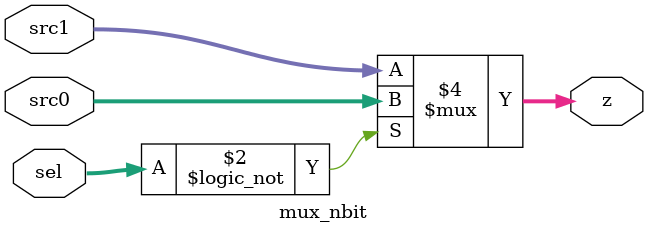
<source format=v>
module mux_nbit (sel, src0, src1, z);
  parameter n = 0;
  input [n-1:0] sel;
  input [n-1:0] src0;
  input [n-1:0] src1;
  output reg [n-1:0] z;
  

  always @(sel or src0 or src1)
      begin
        if (sel == 1'b0) z <= src0;
        else z <= src1;
      end
   
endmodule

</source>
